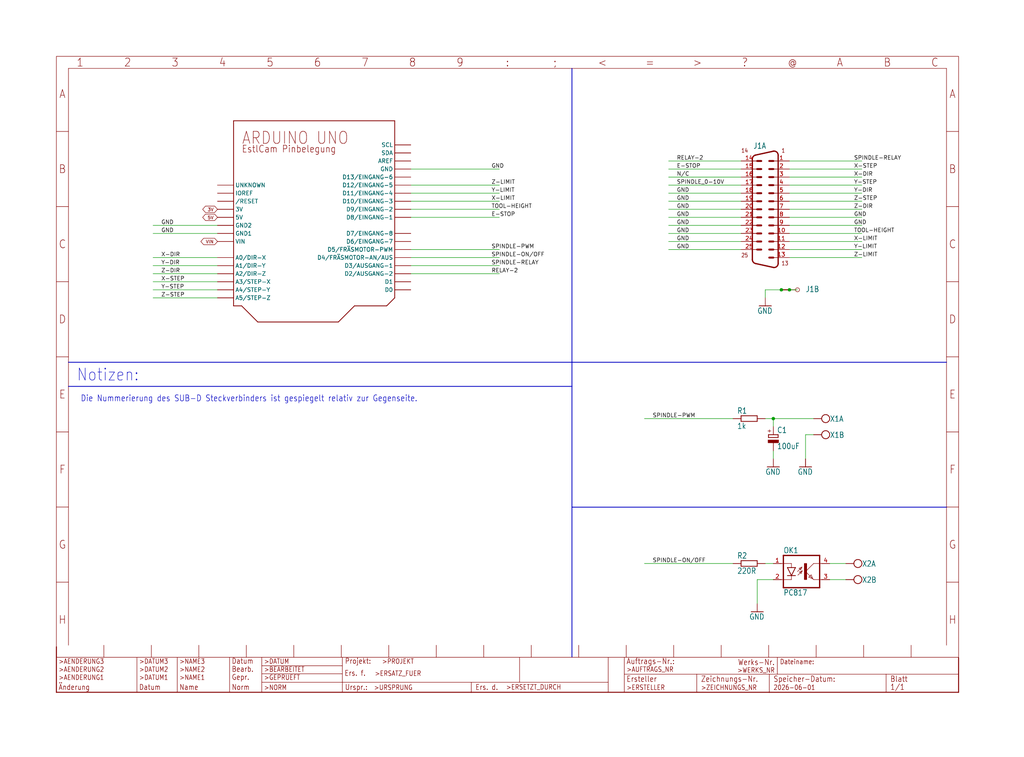
<source format=kicad_sch>
(kicad_sch (version 20230121) (generator eeschema)
  (paper "User" 322.885 238.912)
  (lib_symbols
    (symbol "Estl-Board-eagle-import:ARDUINO"
      (symbol "ARDUINO_1_0"
        (polyline (pts (xy -25.4 -27.94) (xy -22.86 -27.94)) (stroke (width 0.254)))
        (polyline (pts (xy -25.4 30.48) (xy -25.4 -27.94)) (stroke (width 0.254)))
        (polyline (pts (xy -22.86 -27.94) (xy -17.78 -33.02)) (stroke (width 0.254)))
        (polyline (pts (xy -17.78 -33.02) (xy 7.62 -33.02)) (stroke (width 0.254)))
        (polyline (pts (xy 7.62 -33.02) (xy 12.7 -27.94)) (stroke (width 0.254)))
        (polyline (pts (xy 12.7 -27.94) (xy 22.86 -27.94)) (stroke (width 0.254)))
        (polyline (pts (xy 22.86 -27.94) (xy 25.4 -25.4)) (stroke (width 0.254)))
        (polyline (pts (xy 25.4 -25.4) (xy 25.4 30.48)) (stroke (width 0.254)))
        (polyline (pts (xy 25.4 30.48) (xy -25.4 30.48)) (stroke (width 0.254)))
        (text "ARDUINO UNO" (at -22.86 22.86 0) (effects (font (size 3.81 3.2385)) (justify left bottom)))
        (text "EstlCam Pinbelegung" (at -22.86 20.32 0) (effects (font (size 2.1844 1.8567)) (justify left bottom)))
        (pin bidirectional line (at -30.48 10.16 0) (length 5.08) (name "UNKNOWN") (number "!KNOW1"))
        (pin power_in line (at -30.48 2.54 0) (length 5.08) (name "3V") (number "3V"))
        (pin power_in line (at -30.48 0 0) (length 5.08) (name "5V") (number "5V"))
        (pin bidirectional line (at -30.48 -12.7 0) (length 5.08) (name "A0/DIR-X") (number "A0"))
        (pin bidirectional line (at -30.48 -15.24 0) (length 5.08) (name "A1/DIR-Y") (number "A1"))
        (pin bidirectional line (at -30.48 -17.78 0) (length 5.08) (name "A2/DIR-Z") (number "A2"))
        (pin bidirectional line (at -30.48 -20.32 0) (length 5.08) (name "A3/STEP-X") (number "A3"))
        (pin bidirectional line (at -30.48 -22.86 0) (length 5.08) (name "A4/STEP-Y") (number "A4"))
        (pin bidirectional line (at -30.48 -25.4 0) (length 5.08) (name "A5/STEP-Z") (number "A5"))
        (pin bidirectional line (at 30.48 17.78 180) (length 5.08) (name "AREF") (number "AREF"))
        (pin bidirectional line (at 30.48 -22.86 180) (length 5.08) (name "D0") (number "D0"))
        (pin bidirectional line (at 30.48 -20.32 180) (length 5.08) (name "D1") (number "D1"))
        (pin bidirectional line (at 30.48 5.08 180) (length 5.08) (name "D10/EINGANG-3") (number "D10"))
        (pin bidirectional line (at 30.48 7.62 180) (length 5.08) (name "D11/EINGANG-4") (number "D11"))
        (pin bidirectional line (at 30.48 10.16 180) (length 5.08) (name "D12/EINGANG-5") (number "D12"))
        (pin bidirectional line (at 30.48 12.7 180) (length 5.08) (name "D13/EINGANG-6") (number "D13"))
        (pin bidirectional line (at 30.48 -17.78 180) (length 5.08) (name "D2/AUSGANG-2") (number "D2"))
        (pin bidirectional line (at 30.48 -15.24 180) (length 5.08) (name "D3/AUSGANG-1") (number "D3"))
        (pin bidirectional line (at 30.48 -12.7 180) (length 5.08) (name "D4/FRÄSMOTOR-AN/AUS") (number "D4"))
        (pin bidirectional line (at 30.48 -10.16 180) (length 5.08) (name "D5/FRÄSMOTOR-PWM") (number "D5"))
        (pin bidirectional line (at 30.48 -7.62 180) (length 5.08) (name "D6/EINGANG-7") (number "D6"))
        (pin bidirectional line (at 30.48 -5.08 180) (length 5.08) (name "D7/EINGANG-8") (number "D7"))
        (pin bidirectional line (at 30.48 0 180) (length 5.08) (name "D8/EINGANG-1") (number "D8"))
        (pin bidirectional line (at 30.48 2.54 180) (length 5.08) (name "D9/EINGANG-2") (number "D9"))
        (pin power_in line (at 30.48 15.24 180) (length 5.08) (name "GND") (number "GND"))
        (pin power_in line (at -30.48 -5.08 0) (length 5.08) (name "GND1") (number "GND1"))
        (pin power_in line (at -30.48 -2.54 0) (length 5.08) (name "GND2") (number "GND2"))
        (pin bidirectional line (at -30.48 7.62 0) (length 5.08) (name "IOREF") (number "IOREF"))
        (pin bidirectional line (at -30.48 5.08 0) (length 5.08) (name "/RESET") (number "RESET"))
        (pin bidirectional line (at 30.48 22.86 180) (length 5.08) (name "SCL") (number "SCL"))
        (pin bidirectional line (at 30.48 20.32 180) (length 5.08) (name "SDA") (number "SDA"))
        (pin power_in line (at -30.48 -7.62 0) (length 5.08) (name "VIN") (number "VIN"))
      )
    )
    (symbol "Estl-Board-eagle-import:CPOL-EU-CAM"
      (property "Reference" "C" (at 1.143 0.4826 0))
      (symbol "CPOL-EU-CAM_1_0"
        (rectangle (start -1.651 -2.54) (end 1.651 -1.651) (fill (type outline)))
        (polyline (pts (xy -1.524 -0.889) (xy 1.524 -0.889)) (stroke (width 0.254)))
        (polyline (pts (xy -1.524 0) (xy -1.524 -0.889)) (stroke (width 0.254)))
        (polyline (pts (xy -1.524 0) (xy 1.524 0)) (stroke (width 0.254)))
        (polyline (pts (xy 1.524 -0.889) (xy 1.524 0)) (stroke (width 0.254)))
        (text "+" (at -0.5842 0.4064 900) (effects (font (size 1.27 1.0795)) (justify left bottom)))
        (pin passive line (at 0 2.54 270) (length 2.54) (name "+") (number "+"))
        (pin passive line (at 0 -5.08 90) (length 2.54) (name "-") (number "-"))
      )
    )
    (symbol "Estl-Board-eagle-import:GND" (power)
      (property "Value" "GND" (at -2.54 -2.54 0))
      (symbol "GND_1_0"
        (polyline (pts (xy -1.905 0) (xy 1.905 0)) (stroke (width 0.254)))
        (pin power_in line (at 0 2.54 270) (length 2.54) (name "GND") (number "1"))
      )
    )
    (symbol "Estl-Board-eagle-import:JP-316B"
      (property "Reference" "J" (at 2.54 -0.762 0))
      (symbol "JP-316B_1_0"
        (arc (start -4.064 -18.4088) (mid -3.7833 -19.2051) (end -3.0653 -19.6495) (stroke (width 0.4064)))
        (arc (start -3.0653 14.5695) (mid -3.7833 14.1251) (end -4.064 13.3288) (stroke (width 0.4064)))
        (polyline (pts (xy -4.064 13.3288) (xy -4.064 -18.4088)) (stroke (width 0.4064)))
        (polyline (pts (xy -2.54 -15.24) (xy -1.27 -15.24)) (stroke (width 0.6096)))
        (polyline (pts (xy -2.54 -12.7) (xy -1.27 -12.7)) (stroke (width 0.6096)))
        (polyline (pts (xy -2.54 -10.16) (xy -1.27 -10.16)) (stroke (width 0.6096)))
        (polyline (pts (xy -2.54 -7.62) (xy -1.27 -7.62)) (stroke (width 0.6096)))
        (polyline (pts (xy -2.54 -5.08) (xy -1.27 -5.08)) (stroke (width 0.6096)))
        (polyline (pts (xy -2.54 -2.54) (xy -1.27 -2.54)) (stroke (width 0.6096)))
        (polyline (pts (xy -2.54 0) (xy -1.27 0)) (stroke (width 0.6096)))
        (polyline (pts (xy -2.54 2.54) (xy -1.27 2.54)) (stroke (width 0.6096)))
        (polyline (pts (xy -2.54 5.08) (xy -1.27 5.08)) (stroke (width 0.6096)))
        (polyline (pts (xy -2.54 7.62) (xy -1.27 7.62)) (stroke (width 0.6096)))
        (polyline (pts (xy -2.54 10.16) (xy -1.27 10.16)) (stroke (width 0.6096)))
        (polyline (pts (xy -2.54 12.7) (xy -1.27 12.7)) (stroke (width 0.6096)))
        (polyline (pts (xy 1.27 -17.78) (xy 2.54 -17.78)) (stroke (width 0.6096)))
        (polyline (pts (xy 1.27 -15.24) (xy 2.54 -15.24)) (stroke (width 0.6096)))
        (polyline (pts (xy 1.27 -12.7) (xy 2.54 -12.7)) (stroke (width 0.6096)))
        (polyline (pts (xy 1.27 -10.16) (xy 2.54 -10.16)) (stroke (width 0.6096)))
        (polyline (pts (xy 1.27 -7.62) (xy 2.54 -7.62)) (stroke (width 0.6096)))
        (polyline (pts (xy 1.27 -5.08) (xy 2.54 -5.08)) (stroke (width 0.6096)))
        (polyline (pts (xy 1.27 -2.54) (xy 2.54 -2.54)) (stroke (width 0.6096)))
        (polyline (pts (xy 1.27 0) (xy 2.54 0)) (stroke (width 0.6096)))
        (polyline (pts (xy 1.27 2.54) (xy 2.54 2.54)) (stroke (width 0.6096)))
        (polyline (pts (xy 1.27 5.08) (xy 2.54 5.08)) (stroke (width 0.6096)))
        (polyline (pts (xy 1.27 7.62) (xy 2.54 7.62)) (stroke (width 0.6096)))
        (polyline (pts (xy 1.27 10.16) (xy 2.54 10.16)) (stroke (width 0.6096)))
        (polyline (pts (xy 1.27 12.7) (xy 2.54 12.7)) (stroke (width 0.6096)))
        (polyline (pts (xy 2.5226 -20.8718) (xy -3.0654 -19.6494)) (stroke (width 0.4064)))
        (polyline (pts (xy 2.5226 15.7918) (xy -3.0654 14.5694)) (stroke (width 0.4064)))
        (polyline (pts (xy 4.064 14.5512) (xy 4.064 -19.6312)) (stroke (width 0.4064)))
        (arc (start 2.5226 -20.8718) (mid 3.5901 -20.6204) (end 4.0637 -19.6312) (stroke (width 0.4064)))
        (arc (start 4.0639 14.5511) (mid 3.5903 15.5405) (end 2.5226 15.7919) (stroke (width 0.4064)))
        (text "1" (at 5.08 15.24 0) (effects (font (size 1.27 1.0795)) (justify left bottom)))
        (text "13" (at 5.08 -20.32 0) (effects (font (size 1.27 1.0795)) (justify left bottom)))
        (text "14" (at -7.62 15.24 0) (effects (font (size 1.27 1.0795)) (justify left bottom)))
        (text "25" (at -7.62 -17.78 0) (effects (font (size 1.27 1.0795)) (justify left bottom)))
        (pin passive line (at 7.62 12.7 180) (length 5.08) (name "SPINDLE-RELAY") (number "1"))
        (pin passive line (at 7.62 -10.16 180) (length 5.08) (name "TOOL-HEIGHT") (number "10"))
        (pin passive line (at 7.62 -12.7 180) (length 5.08) (name "X-LIMIT") (number "11"))
        (pin passive line (at 7.62 -15.24 180) (length 5.08) (name "Y-LIMIT") (number "12"))
        (pin passive line (at 7.62 -17.78 180) (length 5.08) (name "Z-LIMIT") (number "13"))
        (pin passive line (at -7.62 12.7 0) (length 5.08) (name "RELAY-2") (number "14"))
        (pin passive line (at -7.62 10.16 0) (length 5.08) (name "E-STOP") (number "15"))
        (pin passive line (at -7.62 7.62 0) (length 5.08) (name "N/C") (number "16"))
        (pin passive line (at -7.62 5.08 0) (length 5.08) (name "SPINDLE_0-10V") (number "17"))
        (pin passive line (at -7.62 2.54 0) (length 5.08) (name "GND0") (number "18"))
        (pin passive line (at -7.62 0 0) (length 5.08) (name "GND1") (number "19"))
        (pin passive line (at 7.62 10.16 180) (length 5.08) (name "X-STEP") (number "2"))
        (pin passive line (at -7.62 -2.54 0) (length 5.08) (name "GND2") (number "20"))
        (pin passive line (at -7.62 -5.08 0) (length 5.08) (name "GND3") (number "21"))
        (pin passive line (at -7.62 -7.62 0) (length 5.08) (name "GND4") (number "22"))
        (pin passive line (at -7.62 -10.16 0) (length 5.08) (name "GND5") (number "23"))
        (pin passive line (at -7.62 -12.7 0) (length 5.08) (name "GND6") (number "24"))
        (pin passive line (at -7.62 -15.24 0) (length 5.08) (name "GND7") (number "25"))
        (pin passive line (at 7.62 7.62 180) (length 5.08) (name "X-DIR") (number "3"))
        (pin passive line (at 7.62 5.08 180) (length 5.08) (name "Y-STEP") (number "4"))
        (pin passive line (at 7.62 2.54 180) (length 5.08) (name "Y-DIR") (number "5"))
        (pin passive line (at 7.62 0 180) (length 5.08) (name "Z-STEP") (number "6"))
        (pin passive line (at 7.62 -2.54 180) (length 5.08) (name "Z-DIR") (number "7"))
        (pin passive line (at 7.62 -5.08 180) (length 5.08) (name "A-STEP") (number "8"))
        (pin passive line (at 7.62 -7.62 180) (length 5.08) (name "A-DIR") (number "9"))
      )
      (symbol "JP-316B_2_0"
        (polyline (pts (xy -2.54 0) (xy -0.635 0)) (stroke (width 0.1524)))
        (circle (center 0 0) (radius 0.635) (stroke (width 0.1524)))
        (pin passive line (at -5.08 0 0) (length 2.54) (name "G1") (number "G1"))
        (pin passive line (at -2.54 0 180) (length 2.54) (name "G2") (number "G2"))
      )
    )
    (symbol "Estl-Board-eagle-import:PC817"
      (property "Reference" "OK" (at -6.985 5.715 0))
      (symbol "PC817_1_0"
        (rectangle (start -0.381 -2.54) (end 0.381 2.54) (fill (type outline)))
        (polyline (pts (xy -6.985 -5.08) (xy 4.445 -5.08)) (stroke (width 0.4064)))
        (polyline (pts (xy -6.985 5.08) (xy -6.985 -5.08)) (stroke (width 0.4064)))
        (polyline (pts (xy -6.985 5.08) (xy 4.445 5.08)) (stroke (width 0.4064)))
        (polyline (pts (xy -4.445 -2.54) (xy -7.62 -2.54)) (stroke (width 0.1524)))
        (polyline (pts (xy -4.445 -1.27) (xy -5.715 -1.27)) (stroke (width 0.254)))
        (polyline (pts (xy -4.445 -1.27) (xy -5.715 1.27)) (stroke (width 0.254)))
        (polyline (pts (xy -4.445 -1.27) (xy -4.445 -2.54)) (stroke (width 0.1524)))
        (polyline (pts (xy -4.445 1.27) (xy -5.715 1.27)) (stroke (width 0.254)))
        (polyline (pts (xy -4.445 2.54) (xy -7.62 2.54)) (stroke (width 0.1524)))
        (polyline (pts (xy -4.445 2.54) (xy -4.445 1.27)) (stroke (width 0.1524)))
        (polyline (pts (xy -3.175 -1.27) (xy -4.445 -1.27)) (stroke (width 0.254)))
        (polyline (pts (xy -3.175 1.27) (xy -4.445 -1.27)) (stroke (width 0.254)))
        (polyline (pts (xy -3.175 1.27) (xy -4.445 1.27)) (stroke (width 0.254)))
        (polyline (pts (xy -2.54 0) (xy -1.143 1.397)) (stroke (width 0.1524)))
        (polyline (pts (xy -2.413 -1.143) (xy -1.016 0.254)) (stroke (width 0.1524)))
        (polyline (pts (xy -2.032 1.016) (xy -1.524 0.508)) (stroke (width 0.1524)))
        (polyline (pts (xy -1.905 -0.127) (xy -1.397 -0.635)) (stroke (width 0.1524)))
        (polyline (pts (xy -1.524 0.508) (xy -1.143 1.397)) (stroke (width 0.1524)))
        (polyline (pts (xy -1.397 -0.635) (xy -1.016 0.254)) (stroke (width 0.1524)))
        (polyline (pts (xy -1.143 1.397) (xy -2.032 1.016)) (stroke (width 0.1524)))
        (polyline (pts (xy -1.016 0.254) (xy -1.905 -0.127)) (stroke (width 0.1524)))
        (polyline (pts (xy 0 0) (xy 2.286 -2.286)) (stroke (width 0.1524)))
        (polyline (pts (xy 1.016 -1.778) (xy 1.778 -1.016)) (stroke (width 0.1524)))
        (polyline (pts (xy 1.778 -1.016) (xy 2.286 -2.286)) (stroke (width 0.1524)))
        (polyline (pts (xy 2.286 -2.286) (xy 1.016 -1.778)) (stroke (width 0.1524)))
        (polyline (pts (xy 2.286 -2.286) (xy 2.54 -2.54)) (stroke (width 0.1524)))
        (polyline (pts (xy 2.54 -2.54) (xy 5.08 -2.54)) (stroke (width 0.1524)))
        (polyline (pts (xy 2.54 2.54) (xy 0 0)) (stroke (width 0.1524)))
        (polyline (pts (xy 2.54 2.54) (xy 5.08 2.54)) (stroke (width 0.1524)))
        (polyline (pts (xy 4.445 5.08) (xy 4.445 -5.08)) (stroke (width 0.4064)))
        (pin passive line (at -10.16 2.54 0) (length 2.54) (name "A") (number "1"))
        (pin passive line (at -10.16 -2.54 0) (length 2.54) (name "C") (number "2"))
        (pin passive line (at 7.62 -2.54 180) (length 2.54) (name "EMIT") (number "3"))
        (pin passive line (at 7.62 2.54 180) (length 2.54) (name "COL") (number "4"))
      )
    )
    (symbol "Estl-Board-eagle-import:R-EU-CAM"
      (property "Reference" "R" (at -3.81 1.4986 0))
      (symbol "R-EU-CAM_1_0"
        (polyline (pts (xy -2.54 -0.889) (xy -2.54 0.889)) (stroke (width 0.254)))
        (polyline (pts (xy -2.54 -0.889) (xy 2.54 -0.889)) (stroke (width 0.254)))
        (polyline (pts (xy 2.54 -0.889) (xy 2.54 0.889)) (stroke (width 0.254)))
        (polyline (pts (xy 2.54 0.889) (xy -2.54 0.889)) (stroke (width 0.254)))
        (pin passive line (at -5.08 0 0) (length 2.54) (name "1") (number "1"))
        (pin passive line (at 5.08 0 180) (length 2.54) (name "2") (number "2"))
      )
    )
    (symbol "Estl-Board-eagle-import:RAHMEN_A4_8Z-19S"
      (symbol "RAHMEN_A4_8Z-19S_1_0"
        (polyline (pts (xy 0 0) (xy 130.81 0)) (stroke (width 0.3048)))
        (polyline (pts (xy 0 14.351) (xy 0 0)) (stroke (width 0.3048)))
        (polyline (pts (xy 0 34.7504) (xy 3.81 34.7504)))
        (polyline (pts (xy 0 58.4518) (xy 3.81 58.4518)))
        (polyline (pts (xy 0 82.1531) (xy 3.81 82.1531)))
        (polyline (pts (xy 0 105.8545) (xy 3.81 105.8545)))
        (polyline (pts (xy 0 129.5559) (xy 3.81 129.5559)))
        (polyline (pts (xy 0 153.2573) (xy 3.81 153.2573)))
        (polyline (pts (xy 0 176.9586) (xy 3.81 176.9586)))
        (polyline (pts (xy 3.81 14.859) (xy 3.81 196.85)))
        (polyline (pts (xy 14.9726 11.049) (xy 14.9726 14.859)))
        (polyline (pts (xy 25.4 10.922) (xy 25.4 0)) (stroke (width 0.1524)))
        (polyline (pts (xy 29.9453 11.049) (xy 29.9453 14.859)))
        (polyline (pts (xy 38.1 10.922) (xy 38.1 0)) (stroke (width 0.1524)))
        (polyline (pts (xy 44.9179 11.049) (xy 44.9179 14.859)))
        (polyline (pts (xy 54.61 11.049) (xy 54.61 0)) (stroke (width 0.1524)))
        (polyline (pts (xy 59.8905 11.049) (xy 59.8905 14.859)))
        (polyline (pts (xy 64.77 3.175) (xy 64.77 0)) (stroke (width 0.1524)))
        (polyline (pts (xy 64.77 3.175) (xy 90.17 3.175)) (stroke (width 0.1524)))
        (polyline (pts (xy 64.77 5.842) (xy 90.17 5.842)) (stroke (width 0.1524)))
        (polyline (pts (xy 64.77 8.382) (xy 64.77 3.175)) (stroke (width 0.1524)))
        (polyline (pts (xy 64.77 8.382) (xy 90.17 8.382)) (stroke (width 0.1524)))
        (polyline (pts (xy 64.77 11.049) (xy 64.77 8.382)) (stroke (width 0.1524)))
        (polyline (pts (xy 74.8632 11.049) (xy 74.8632 14.859)))
        (polyline (pts (xy 89.8358 11.049) (xy 89.8358 14.859)))
        (polyline (pts (xy 90.17 0) (xy 90.17 3.175)) (stroke (width 0.1524)))
        (polyline (pts (xy 90.17 3.175) (xy 90.17 11.049)) (stroke (width 0.1524)))
        (polyline (pts (xy 104.8084 11.049) (xy 104.8084 14.859)))
        (polyline (pts (xy 119.7811 11.049) (xy 119.7811 14.859)))
        (polyline (pts (xy 130.81 0) (xy 130.81 3.175)) (stroke (width 0.1524)))
        (polyline (pts (xy 130.81 0) (xy 224.79 0)) (stroke (width 0.3048)))
        (polyline (pts (xy 130.81 3.175) (xy 90.17 3.175)) (stroke (width 0.1524)))
        (polyline (pts (xy 130.81 3.175) (xy 146.05 3.175)) (stroke (width 0.1524)))
        (polyline (pts (xy 134.7537 11.049) (xy 134.7537 14.859)))
        (polyline (pts (xy 146.05 3.175) (xy 146.05 11.049)) (stroke (width 0.1524)))
        (polyline (pts (xy 146.05 3.175) (xy 173.99 3.175)) (stroke (width 0.1524)))
        (polyline (pts (xy 149.7263 11.049) (xy 149.7263 14.859)))
        (polyline (pts (xy 164.6989 11.049) (xy 164.6989 14.859)))
        (polyline (pts (xy 173.99 0) (xy 173.99 3.175)) (stroke (width 0.1524)))
        (polyline (pts (xy 173.99 3.175) (xy 173.99 11.049)) (stroke (width 0.1524)))
        (polyline (pts (xy 179.07 0) (xy 179.07 5.715)) (stroke (width 0.1524)))
        (polyline (pts (xy 179.07 5.715) (xy 179.07 11.049)) (stroke (width 0.1524)))
        (polyline (pts (xy 179.6716 11.049) (xy 179.6716 14.859)))
        (polyline (pts (xy 194.6442 11.049) (xy 194.6442 14.859)))
        (polyline (pts (xy 201.93 0) (xy 201.93 5.715)) (stroke (width 0.1524)))
        (polyline (pts (xy 201.93 5.715) (xy 179.07 5.715)) (stroke (width 0.1524)))
        (polyline (pts (xy 201.93 5.715) (xy 224.79 5.715)) (stroke (width 0.1524)))
        (polyline (pts (xy 209.6168 11.049) (xy 209.6168 14.859)))
        (polyline (pts (xy 224.5895 11.049) (xy 224.5895 14.859)))
        (polyline (pts (xy 224.79 0) (xy 224.79 5.715)) (stroke (width 0.1524)))
        (polyline (pts (xy 224.79 0) (xy 284.48 0)) (stroke (width 0.3048)))
        (polyline (pts (xy 224.79 5.715) (xy 227.33 5.715)) (stroke (width 0.1524)))
        (polyline (pts (xy 227.33 5.715) (xy 261.62 5.715)) (stroke (width 0.1524)))
        (polyline (pts (xy 227.33 11.049) (xy 227.33 5.715)) (stroke (width 0.1524)))
        (polyline (pts (xy 239.5621 11.049) (xy 239.5621 14.859)))
        (polyline (pts (xy 254.5347 11.049) (xy 254.5347 14.859)))
        (polyline (pts (xy 261.62 0) (xy 261.62 5.715)) (stroke (width 0.1524)))
        (polyline (pts (xy 261.62 5.715) (xy 284.353 5.715)) (stroke (width 0.1524)))
        (polyline (pts (xy 269.5074 11.049) (xy 269.5074 14.859)))
        (polyline (pts (xy 280.67 14.859) (xy 280.67 196.85)))
        (polyline (pts (xy 280.67 34.7504) (xy 284.48 34.7504)))
        (polyline (pts (xy 280.67 58.4518) (xy 284.48 58.4518)))
        (polyline (pts (xy 280.67 82.1531) (xy 284.48 82.1531)))
        (polyline (pts (xy 280.67 105.8545) (xy 284.48 105.8545)))
        (polyline (pts (xy 280.67 129.5559) (xy 284.48 129.5559)))
        (polyline (pts (xy 280.67 153.2573) (xy 284.48 153.2573)))
        (polyline (pts (xy 280.67 176.9586) (xy 284.48 176.9586)))
        (polyline (pts (xy 280.67 196.85) (xy 3.81 196.85)))
        (polyline (pts (xy 284.48 10.922) (xy 284.48 0)) (stroke (width 0.3048)))
        (polyline (pts (xy 0 11.049) (xy 284.48 11.049) (xy 284.48 200.66) (xy 0 200.66) (xy 0 11.049)))
        (text "${#}/${##}" (at 262.89 0.635 0) (effects (font (size 1.778 1.5113)) (justify left bottom)))
        (text "${CURRENT_DATE}" (at 226.06 0.635 0) (effects (font (size 1.524 1.2954)) (justify left bottom)))
        (text "${PROJECTNAME}" (at 228.092 6.35 0) (effects (font (size 1.524 1.2954)) (justify left bottom)))
        (text "1" (at 7.4863 198.755 0) (effects (font (size 2.54 2.286))))
        (text "2" (at 22.4589 198.755 0) (effects (font (size 2.54 2.286))))
        (text "3" (at 37.4316 198.755 0) (effects (font (size 2.54 2.286))))
        (text "4" (at 52.4042 198.755 0) (effects (font (size 2.54 2.286))))
        (text "5" (at 67.3768 198.755 0) (effects (font (size 2.54 2.286))))
        (text "6" (at 82.3495 198.755 0) (effects (font (size 2.54 2.286))))
        (text "7" (at 97.3221 198.755 0) (effects (font (size 2.54 2.286))))
        (text "8" (at 112.2947 198.755 0) (effects (font (size 2.54 2.286))))
        (text "9" (at 127.2674 198.755 0) (effects (font (size 2.54 2.286))))
        (text ":" (at 142.24 198.755 0) (effects (font (size 2.54 2.286))))
        (text ";" (at 157.2126 198.755 0) (effects (font (size 2.54 2.286))))
        (text "<" (at 172.1853 198.755 0) (effects (font (size 2.54 2.286))))
        (text "=" (at 187.1579 198.755 0) (effects (font (size 2.54 2.286))))
        (text ">" (at 202.1305 198.755 0) (effects (font (size 2.54 2.286))))
        (text ">AENDERUNG1" (at 0.635 3.81 0) (effects (font (size 1.524 1.2954)) (justify left bottom)))
        (text ">AENDERUNG2" (at 0.635 6.35 0) (effects (font (size 1.524 1.2954)) (justify left bottom)))
        (text ">AENDERUNG3" (at 0.635 8.89 0) (effects (font (size 1.524 1.2954)) (justify left bottom)))
        (text ">AUFTRAGS_NR" (at 179.705 6.35 0) (effects (font (size 1.524 1.2954)) (justify left bottom)))
        (text ">BEARBEITET" (at 65.405 6.35 0) (effects (font (size 1.524 1.2954)) (justify left bottom)))
        (text ">DATUM" (at 65.405 8.89 0) (effects (font (size 1.524 1.2954)) (justify left bottom)))
        (text ">DATUM1" (at 26.035 3.81 0) (effects (font (size 1.524 1.2954)) (justify left bottom)))
        (text ">DATUM2" (at 26.035 6.35 0) (effects (font (size 1.524 1.2954)) (justify left bottom)))
        (text ">DATUM3" (at 26.035 8.89 0) (effects (font (size 1.524 1.2954)) (justify left bottom)))
        (text ">ERSATZ_FUER" (at 100.33 5.08 0) (effects (font (size 1.524 1.2954)) (justify left bottom)))
        (text ">ERSETZT_DURCH" (at 141.732 0.762 0) (effects (font (size 1.524 1.2954)) (justify left bottom)))
        (text ">ERSTELLER" (at 179.705 0.635 0) (effects (font (size 1.524 1.2954)) (justify left bottom)))
        (text ">GEPRUEFT" (at 65.405 3.81 0) (effects (font (size 1.524 1.2954)) (justify left bottom)))
        (text ">NAME1" (at 38.735 3.81 0) (effects (font (size 1.524 1.2954)) (justify left bottom)))
        (text ">NAME2" (at 38.735 6.35 0) (effects (font (size 1.524 1.2954)) (justify left bottom)))
        (text ">NAME3" (at 38.735 8.89 0) (effects (font (size 1.524 1.2954)) (justify left bottom)))
        (text ">NORM" (at 65.405 0.635 0) (effects (font (size 1.524 1.2954)) (justify left bottom)))
        (text ">PROJEKT" (at 102.616 8.89 0) (effects (font (size 1.524 1.2954)) (justify left bottom)))
        (text ">URSPRUNG" (at 100.076 0.635 0) (effects (font (size 1.524 1.2954)) (justify left bottom)))
        (text ">WERKS_NR" (at 226.568 7.874 0) (effects (font (size 1.524 1.2954)) (justify right top)))
        (text ">ZEICHNUNGS_NR" (at 203.2 0.635 0) (effects (font (size 1.524 1.2954)) (justify left bottom)))
        (text "?" (at 217.1032 198.755 0) (effects (font (size 2.54 2.286))))
        (text "@" (at 232.0758 198.755 0) (effects (font (size 2.54 2.286))))
        (text "A" (at 1.905 188.8093 0) (effects (font (size 2.54 2.286))))
        (text "A" (at 247.0484 198.755 0) (effects (font (size 2.54 2.286))))
        (text "A" (at 282.575 188.8093 0) (effects (font (size 2.54 2.286))))
        (text "Auftrags-Nr.:" (at 179.705 8.763 0) (effects (font (size 1.778 1.5113)) (justify left bottom)))
        (text "B" (at 1.905 165.1079 0) (effects (font (size 2.54 2.286))))
        (text "B" (at 262.0211 198.755 0) (effects (font (size 2.54 2.286))))
        (text "B" (at 282.575 165.1079 0) (effects (font (size 2.54 2.286))))
        (text "Bearb." (at 55.245 6.35 0) (effects (font (size 1.6764 1.4249)) (justify left bottom)))
        (text "Blatt" (at 262.89 3.175 0) (effects (font (size 1.778 1.5113)) (justify left bottom)))
        (text "C" (at 1.905 141.4066 0) (effects (font (size 2.54 2.286))))
        (text "C" (at 276.9937 198.755 0) (effects (font (size 2.54 2.286))))
        (text "C" (at 282.575 141.4066 0) (effects (font (size 2.54 2.286))))
        (text "D" (at 1.905 117.7052 0) (effects (font (size 2.54 2.286))))
        (text "D" (at 282.575 117.7052 0) (effects (font (size 2.54 2.286))))
        (text "Dateiname:" (at 228.092 8.763 0) (effects (font (size 1.524 1.2954)) (justify left bottom)))
        (text "Datum" (at 26.035 0.635 0) (effects (font (size 1.6764 1.4249)) (justify left bottom)))
        (text "Datum" (at 55.245 8.89 0) (effects (font (size 1.6764 1.4249)) (justify left bottom)))
        (text "E" (at 1.905 94.0038 0) (effects (font (size 2.54 2.286))))
        (text "E" (at 282.575 94.0038 0) (effects (font (size 2.54 2.286))))
        (text "Ers. d." (at 132.08 0.635 0) (effects (font (size 1.6764 1.4249)) (justify left bottom)))
        (text "Ers. f." (at 90.805 5.08 0) (effects (font (size 1.6764 1.4249)) (justify left bottom)))
        (text "Ersteller" (at 179.705 3.175 0) (effects (font (size 1.778 1.5113)) (justify left bottom)))
        (text "F" (at 1.905 70.3024 0) (effects (font (size 2.54 2.286))))
        (text "F" (at 282.575 70.3024 0) (effects (font (size 2.54 2.286))))
        (text "G" (at 1.905 46.6011 0) (effects (font (size 2.54 2.286))))
        (text "G" (at 282.575 46.6011 0) (effects (font (size 2.54 2.286))))
        (text "Gepr." (at 55.245 3.81 0) (effects (font (size 1.6764 1.4249)) (justify left bottom)))
        (text "H" (at 1.905 22.8997 0) (effects (font (size 2.54 2.286))))
        (text "H" (at 282.575 22.8997 0) (effects (font (size 2.54 2.286))))
        (text "Name" (at 38.735 0.635 0) (effects (font (size 1.6764 1.4249)) (justify left bottom)))
        (text "Norm" (at 55.245 0.635 0) (effects (font (size 1.6764 1.4249)) (justify left bottom)))
        (text "Projekt:" (at 90.932 8.89 0) (effects (font (size 1.6764 1.4249)) (justify left bottom)))
        (text "Speicher-Datum:" (at 226.06 3.175 0) (effects (font (size 1.778 1.5113)) (justify left bottom)))
        (text "Urspr.:" (at 90.932 0.635 0) (effects (font (size 1.6764 1.4249)) (justify left bottom)))
        (text "Werks-Nr." (at 226.568 10.541 0) (effects (font (size 1.778 1.5113)) (justify right top)))
        (text "Zeichnungs-Nr." (at 203.2 3.175 0) (effects (font (size 1.778 1.5113)) (justify left bottom)))
        (text "Änderung" (at 0.635 0.635 0) (effects (font (size 1.6764 1.4249)) (justify left bottom)))
      )
    )
    (symbol "Estl-Board-eagle-import:W237-102"
      (property "Reference" "X" (at 0 0.889 0))
      (symbol "W237-102_1_0"
        (circle (center 1.27 0) (radius 1.27) (stroke (width 0.254)))
        (pin passive line (at 5.08 0 180) (length 2.54) (name "KL") (number "1"))
      )
      (symbol "W237-102_2_0"
        (circle (center 1.27 0) (radius 1.27) (stroke (width 0.254)))
        (pin passive line (at 5.08 0 180) (length 2.54) (name "KL") (number "2"))
      )
    )
  )
  (junction (at 243.84 132.08))
  (junction (at 248.92 91.44))
  (junction (at 246.38 91.44))
  (wire (pts (xy 248.92 58.42) (xy 271.78 58.42)) (stroke (width 0.1524)))
  (wire (pts (xy 129.54 78.74) (xy 157.48 78.74)) (stroke (width 0.1524)))
  (wire (pts (xy 68.58 93.98) (xy 48.26 93.98)) (stroke (width 0.1524)))
  (wire (pts (xy 248.92 76.2) (xy 271.78 76.2)) (stroke (width 0.1524)))
  (wire (pts (xy 129.54 81.28) (xy 157.48 81.28)) (stroke (width 0.1524)))
  (wire (pts (xy 68.58 83.82) (xy 48.26 83.82)) (stroke (width 0.1524)))
  (wire (pts (xy 246.38 91.44) (xy 241.3 91.44)) (stroke (width 0.1524)))
  (wire (pts (xy 233.68 73.66) (xy 210.82 73.66)) (stroke (width 0.1524)))
  (wire (pts (xy 233.68 63.5) (xy 210.82 63.5)) (stroke (width 0.1524)))
  (wire (pts (xy 238.76 182.88) (xy 243.84 182.88)) (stroke (width 0.1524)))
  (wire (pts (xy 254 137.16) (xy 254 144.78)) (stroke (width 0.1524)))
  (wire (pts (xy 248.92 60.96) (xy 271.78 60.96)) (stroke (width 0.1524)))
  (wire (pts (xy 129.54 53.34) (xy 157.48 53.34)) (stroke (width 0.1524)))
  (wire (pts (xy 233.68 71.12) (xy 210.82 71.12)) (stroke (width 0.1524)))
  (wire (pts (xy 233.68 60.96) (xy 210.82 60.96)) (stroke (width 0.1524)))
  (wire (pts (xy 256.54 137.16) (xy 254 137.16)) (stroke (width 0.1524)))
  (wire (pts (xy 238.76 190.5) (xy 238.76 182.88)) (stroke (width 0.1524)))
  (wire (pts (xy 157.48 58.42) (xy 129.54 58.42)) (stroke (width 0.1524)))
  (wire (pts (xy 243.84 177.8) (xy 241.3 177.8)) (stroke (width 0.1524)))
  (wire (pts (xy 248.92 81.28) (xy 271.78 81.28)) (stroke (width 0.1524)))
  (wire (pts (xy 203.2 132.08) (xy 231.14 132.08)) (stroke (width 0.1524)))
  (wire (pts (xy 68.58 73.66) (xy 48.26 73.66)) (stroke (width 0.1524)))
  (wire (pts (xy 48.26 81.28) (xy 68.58 81.28)) (stroke (width 0.1524)))
  (polyline (pts (xy 21.59 114.3) (xy 180.34 114.3)) (stroke (width 0.254) (type solid)))
  (polyline (pts (xy 180.34 114.3) (xy 298.45 114.3)) (stroke (width 0.254) (type solid)))
  (wire (pts (xy 68.58 88.9) (xy 48.26 88.9)) (stroke (width 0.1524)))
  (wire (pts (xy 248.92 91.44) (xy 246.38 91.44)) (stroke (width 0.1524)))
  (wire (pts (xy 248.92 63.5) (xy 271.78 63.5)) (stroke (width 0.1524)))
  (wire (pts (xy 129.54 60.96) (xy 157.48 60.96)) (stroke (width 0.1524)))
  (wire (pts (xy 248.92 55.88) (xy 271.78 55.88)) (stroke (width 0.1524)))
  (wire (pts (xy 68.58 71.12) (xy 48.26 71.12)) (stroke (width 0.1524)))
  (wire (pts (xy 48.26 91.44) (xy 68.58 91.44)) (stroke (width 0.1524)))
  (wire (pts (xy 241.3 91.44) (xy 241.3 93.98)) (stroke (width 0.1524)))
  (wire (pts (xy 157.48 68.58) (xy 129.54 68.58)) (stroke (width 0.1524)))
  (wire (pts (xy 248.92 66.04) (xy 271.78 66.04)) (stroke (width 0.1524)))
  (wire (pts (xy 233.68 76.2) (xy 210.82 76.2)) (stroke (width 0.1524)))
  (polyline (pts (xy 180.34 160.02) (xy 180.34 207.264)) (stroke (width 0.254) (type solid)))
  (polyline (pts (xy 180.34 160.02) (xy 298.45 160.02)) (stroke (width 0.254) (type solid)))
  (polyline (pts (xy 180.34 114.3) (xy 180.34 21.59)) (stroke (width 0.254) (type solid)))
  (wire (pts (xy 243.84 142.24) (xy 243.84 144.78)) (stroke (width 0.1524)))
  (wire (pts (xy 248.92 68.58) (xy 271.78 68.58)) (stroke (width 0.1524)))
  (wire (pts (xy 233.68 50.8) (xy 210.82 50.8)) (stroke (width 0.1524)))
  (polyline (pts (xy 21.59 121.92) (xy 180.34 121.92)) (stroke (width 0.254) (type solid)))
  (wire (pts (xy 233.68 66.04) (xy 210.82 66.04)) (stroke (width 0.1524)))
  (wire (pts (xy 248.92 53.34) (xy 271.78 53.34)) (stroke (width 0.1524)))
  (wire (pts (xy 261.62 182.88) (xy 266.7 182.88)) (stroke (width 0.1524)))
  (wire (pts (xy 233.68 53.34) (xy 210.82 53.34)) (stroke (width 0.1524)))
  (wire (pts (xy 248.92 78.74) (xy 271.78 78.74)) (stroke (width 0.1524)))
  (wire (pts (xy 248.92 50.8) (xy 271.78 50.8)) (stroke (width 0.1524)))
  (wire (pts (xy 251.46 91.44) (xy 248.92 91.44)) (stroke (width 0.1524)))
  (wire (pts (xy 157.48 86.36) (xy 129.54 86.36)) (stroke (width 0.1524)))
  (wire (pts (xy 248.92 73.66) (xy 271.78 73.66)) (stroke (width 0.1524)))
  (wire (pts (xy 129.54 66.04) (xy 157.48 66.04)) (stroke (width 0.1524)))
  (wire (pts (xy 233.68 55.88) (xy 210.82 55.88)) (stroke (width 0.1524)))
  (wire (pts (xy 256.54 132.08) (xy 243.84 132.08)) (stroke (width 0.1524)))
  (polyline (pts (xy 180.34 121.92) (xy 180.34 160.02)) (stroke (width 0.254) (type solid)))
  (wire (pts (xy 48.26 86.36) (xy 68.58 86.36)) (stroke (width 0.1524)))
  (wire (pts (xy 233.68 68.58) (xy 210.82 68.58)) (stroke (width 0.1524)))
  (wire (pts (xy 203.2 177.8) (xy 231.14 177.8)) (stroke (width 0.1524)))
  (wire (pts (xy 129.54 83.82) (xy 157.48 83.82)) (stroke (width 0.1524)))
  (polyline (pts (xy 180.34 114.3) (xy 180.34 121.92)) (stroke (width 0.254) (type solid)))
  (wire (pts (xy 157.48 63.5) (xy 129.54 63.5)) (stroke (width 0.1524)))
  (wire (pts (xy 266.7 177.8) (xy 261.62 177.8)) (stroke (width 0.1524)))
  (wire (pts (xy 233.68 58.42) (xy 210.82 58.42)) (stroke (width 0.1524)))
  (wire (pts (xy 248.92 71.12) (xy 271.78 71.12)) (stroke (width 0.1524)))
  (wire (pts (xy 243.84 132.08) (xy 243.84 134.62)) (stroke (width 0.1524)))
  (wire (pts (xy 241.3 132.08) (xy 243.84 132.08)) (stroke (width 0.1524)))
  (wire (pts (xy 233.68 78.74) (xy 210.82 78.74)) (stroke (width 0.1524)))
  (text "Notizen:" (at 24.13 120.65 0) (effects (font (size 3.81 3.2385)) (justify left bottom)))
  (text "Die Nummerierung des SUB-D Steckverbinders ist gespiegelt relativ zur Gegenseite." (at 25.4 127 0) (effects (font (size 1.9304 1.6408)) (justify left bottom)))
  (label "GND" (at 213.36 73.66 0) (effects (font (size 1.2446 1.2446))))
  (label "GND" (at 213.36 76.2 0) (effects (font (size 1.2446 1.2446))))
  (label "Z-DIR" (at 269.24 66.04 0) (effects (font (size 1.2446 1.2446))))
  (label "RELAY-2" (at 213.36 50.8 0) (effects (font (size 1.2446 1.2446))))
  (label "GND" (at 50.8 71.12 0) (effects (font (size 1.2446 1.2446))))
  (label "Y-LIMIT" (at 154.94 60.96 0) (effects (font (size 1.2446 1.2446))))
  (label "SPINDLE-ON/OFF" (at 205.74 177.8 0) (effects (font (size 1.2446 1.2446))))
  (label "SPINDLE_0-10V" (at 213.36 58.42 0) (effects (font (size 1.2446 1.2446))))
  (label "GND" (at 50.8 73.66 0) (effects (font (size 1.2446 1.2446))))
  (label "Y-DIR" (at 50.8 83.82 0) (effects (font (size 1.2446 1.2446))))
  (label "GND" (at 213.36 78.74 0) (effects (font (size 1.2446 1.2446))))
  (label "GND" (at 213.36 63.5 0) (effects (font (size 1.2446 1.2446))))
  (label "Y-LIMIT" (at 269.24 78.74 0) (effects (font (size 1.2446 1.2446))))
  (label "E-STOP" (at 154.94 68.58 0) (effects (font (size 1.2446 1.2446))))
  (label "Y-STEP" (at 269.24 58.42 0) (effects (font (size 1.2446 1.2446))))
  (label "X-DIR" (at 50.8 81.28 0) (effects (font (size 1.2446 1.2446))))
  (label "GND" (at 213.36 68.58 0) (effects (font (size 1.2446 1.2446))))
  (label "TOOL-HEIGHT" (at 154.94 66.04 0) (effects (font (size 1.2446 1.2446))))
  (label "X-STEP" (at 269.24 53.34 0) (effects (font (size 1.2446 1.2446))))
  (label "Z-STEP" (at 269.24 63.5 0) (effects (font (size 1.2446 1.2446))))
  (label "GND" (at 269.24 71.12 0) (effects (font (size 1.2446 1.2446))))
  (label "X-LIMIT" (at 269.24 76.2 0) (effects (font (size 1.2446 1.2446))))
  (label "N/C" (at 213.36 55.88 0) (effects (font (size 1.2446 1.2446))))
  (label "Y-DIR" (at 269.24 60.96 0) (effects (font (size 1.2446 1.2446))))
  (label "GND" (at 213.36 66.04 0) (effects (font (size 1.2446 1.2446))))
  (label "GND" (at 213.36 71.12 0) (effects (font (size 1.2446 1.2446))))
  (label "Z-DIR" (at 50.8 86.36 0) (effects (font (size 1.2446 1.2446))))
  (label "E-STOP" (at 213.36 53.34 0) (effects (font (size 1.2446 1.2446))))
  (label "Z-STEP" (at 50.8 93.98 0) (effects (font (size 1.2446 1.2446))))
  (label "Z-LIMIT" (at 269.24 81.28 0) (effects (font (size 1.2446 1.2446))))
  (label "RELAY-2" (at 154.94 86.36 0) (effects (font (size 1.2446 1.2446))))
  (label "GND" (at 154.94 53.34 0) (effects (font (size 1.2446 1.2446))))
  (label "Z-LIMIT" (at 154.94 58.42 0) (effects (font (size 1.2446 1.2446))))
  (label "TOOL-HEIGHT" (at 269.24 73.66 0) (effects (font (size 1.2446 1.2446))))
  (label "Y-STEP" (at 50.8 91.44 0) (effects (font (size 1.2446 1.2446))))
  (label "X-LIMIT" (at 154.94 63.5 0) (effects (font (size 1.2446 1.2446))))
  (label "SPINDLE-PWM" (at 205.74 132.08 0) (effects (font (size 1.2446 1.2446))))
  (label "SPINDLE-ON/OFF" (at 154.94 81.28 0) (effects (font (size 1.2446 1.2446))))
  (label "X-DIR" (at 269.24 55.88 0) (effects (font (size 1.2446 1.2446))))
  (label "GND" (at 269.24 68.58 0) (effects (font (size 1.2446 1.2446))))
  (label "SPINDLE-RELAY" (at 269.24 50.8 0) (effects (font (size 1.2446 1.2446))))
  (label "SPINDLE-RELAY" (at 154.94 83.82 0) (effects (font (size 1.2446 1.2446))))
  (label "SPINDLE-PWM" (at 154.94 78.74 0) (effects (font (size 1.2446 1.2446))))
  (label "X-STEP" (at 50.8 88.9 0) (effects (font (size 1.2446 1.2446))))
  (label "GND" (at 213.36 60.96 0) (effects (font (size 1.2446 1.2446))))
  (global_label "5V" (shape bidirectional) (at 68.58 68.58 180) (effects (font (size 1.016 1.016))) (property "Intersheetrefs" "${INTERSHEET_REFS}" (effects hide)))
  (global_label "3V" (shape bidirectional) (at 68.58 66.04 180) (effects (font (size 1.016 1.016))) (property "Intersheetrefs" "${INTERSHEET_REFS}" (effects hide)))
  (global_label "VIN" (shape bidirectional) (at 68.58 76.2 180) (effects (font (size 1.016 1.016))) (property "Intersheetrefs" "${INTERSHEET_REFS}" (effects hide)))
  (symbol (lib_id "Estl-Board-eagle-import:GND") (at 241.3 96.52 0) (unit 1)
    (property "Reference" "#GND1" (effects hide))
    (property "Value" "GND" (at 238.76 99.06 0) (effects (font (size 1.778 1.5113)) (justify left bottom)))
  )
  (symbol (lib_id "Estl-Board-eagle-import:W237-102") (at 271.78 182.88 0) (mirror y) (unit 2)
    (property "Reference" "X2" (at 271.78 181.991 0) (effects (font (size 1.778 1.5113)) (justify right top)))
    (property "Value" "W237-102" (effects hide))
    (property "Footprint" "Estl-Board:W237-102" (effects hide))
  )
  (symbol (lib_id "Estl-Board-eagle-import:PC817") (at 254 180.34 0) (unit 1)
    (property "Reference" "OK1" (at 247.015 174.625 0) (effects (font (size 1.778 1.5113)) (justify left bottom)))
    (property "Value" "PC817" (at 247.015 187.96 0) (effects (font (size 1.778 1.5113)) (justify left bottom)))
    (property "Footprint" "Estl-Board:DIP4" (effects hide))
  )
  (symbol (lib_id "Estl-Board-eagle-import:W237-102") (at 261.62 132.08 0) (mirror y) (unit 1)
    (property "Reference" "X1" (at 261.62 131.191 0) (effects (font (size 1.778 1.5113)) (justify right top)))
    (property "Value" "W237-102" (effects hide))
    (property "Footprint" "Estl-Board:W237-102" (effects hide))
  )
  (symbol (lib_id "Estl-Board-eagle-import:JP-316B") (at 241.3 63.5 0) (unit 1)
    (property "Reference" "J1" (at 237.49 46.99 0) (effects (font (size 1.778 1.5113)) (justify left bottom)))
    (property "Value" "JP-316B" (effects hide))
    (property "Footprint" "Estl-Board:M25HP" (effects hide))
  )
  (symbol (lib_id "Estl-Board-eagle-import:RAHMEN_A4_8Z-19S") (at 17.78 218.44 0) (unit 1)
    (property "Reference" "#RAHMEN1" (effects hide))
    (property "Value" "RAHMEN_A4_8Z-19S" (effects hide))
    (property "ERSTELLER" "Jakob Holz" (effects hide))
    (property "PROJEKT" "Estl-Board" (effects hide))
  )
  (symbol (lib_id "Estl-Board-eagle-import:W237-102") (at 261.62 137.16 0) (mirror y) (unit 2)
    (property "Reference" "X1" (at 261.62 136.271 0) (effects (font (size 1.778 1.5113)) (justify right top)))
    (property "Value" "W237-102" (effects hide))
    (property "Footprint" "Estl-Board:W237-102" (effects hide))
  )
  (symbol (lib_id "Estl-Board-eagle-import:R-EU-CAM") (at 236.22 177.8 0) (unit 1)
    (property "Reference" "R2" (at 232.41 176.3014 0) (effects (font (size 1.778 1.5113)) (justify left bottom)))
    (property "Value" "220R" (at 232.41 181.102 0) (effects (font (size 1.778 1.5113)) (justify left bottom)))
    (property "Footprint" "Estl-Board:207_10+" (effects hide))
  )
  (symbol (lib_id "Estl-Board-eagle-import:JP-316B") (at 251.46 91.44 0) (unit 2)
    (property "Reference" "J1" (at 254 92.202 0) (effects (font (size 1.778 1.5113)) (justify left bottom)))
    (property "Value" "JP-316B" (effects hide))
    (property "Footprint" "Estl-Board:M25HP" (effects hide))
  )
  (symbol (lib_id "Estl-Board-eagle-import:R-EU-CAM") (at 236.22 132.08 0) (unit 1)
    (property "Reference" "R1" (at 232.41 130.5814 0) (effects (font (size 1.778 1.5113)) (justify left bottom)))
    (property "Value" "1k" (at 232.41 135.382 0) (effects (font (size 1.778 1.5113)) (justify left bottom)))
    (property "Footprint" "Estl-Board:207_10+" (effects hide))
  )
  (symbol (lib_id "Estl-Board-eagle-import:GND") (at 238.76 193.04 0) (unit 1)
    (property "Reference" "#GND6" (effects hide))
    (property "Value" "GND" (at 236.22 195.58 0) (effects (font (size 1.778 1.5113)) (justify left bottom)))
  )
  (symbol (lib_id "Estl-Board-eagle-import:W237-102") (at 271.78 177.8 0) (mirror y) (unit 1)
    (property "Reference" "X2" (at 271.78 176.911 0) (effects (font (size 1.778 1.5113)) (justify right top)))
    (property "Value" "W237-102" (effects hide))
    (property "Footprint" "Estl-Board:W237-102" (effects hide))
  )
  (symbol (lib_id "Estl-Board-eagle-import:GND") (at 243.84 147.32 0) (unit 1)
    (property "Reference" "#GND5" (effects hide))
    (property "Value" "GND" (at 241.3 149.86 0) (effects (font (size 1.778 1.5113)) (justify left bottom)))
  )
  (symbol (lib_id "Estl-Board-eagle-import:GND") (at 254 147.32 0) (unit 1)
    (property "Reference" "#GND4" (effects hide))
    (property "Value" "GND" (at 251.46 149.86 0) (effects (font (size 1.778 1.5113)) (justify left bottom)))
  )
  (symbol (lib_id "Estl-Board-eagle-import:CPOL-EU-CAM") (at 243.84 137.16 0) (unit 1)
    (property "Reference" "C1" (at 244.983 136.6774 0) (effects (font (size 1.778 1.5113)) (justify left bottom)))
    (property "Value" "100uF" (at 244.983 141.7574 0) (effects (font (size 1.778 1.5113)) (justify left bottom)))
    (property "Footprint" "Estl-Board:E2-5-CAM" (effects hide))
  )
  (symbol (lib_id "Estl-Board-eagle-import:ARDUINO") (at 99.06 68.58 0) (unit 1)
    (property "Reference" "IC1" (effects hide))
    (property "Value" "ARDUINO" (effects hide))
    (property "Footprint" "Estl-Board:ARDUINO_NOHOLES" (effects hide))
  )
)
</source>
